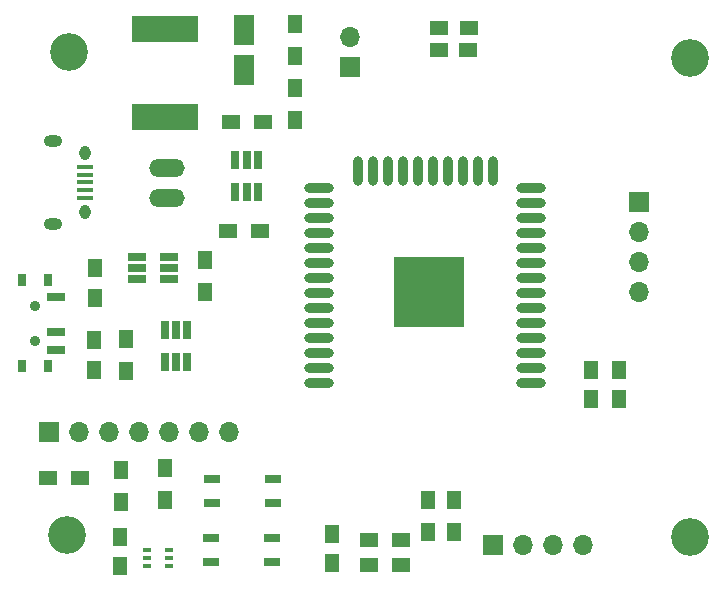
<source format=gbr>
G04 #@! TF.GenerationSoftware,KiCad,Pcbnew,5.0.0-1.fc29*
G04 #@! TF.CreationDate,2018-08-25T23:53:58+05:30*
G04 #@! TF.ProjectId,medlo,6D65646C6F2E6B696361645F70636200,rev?*
G04 #@! TF.SameCoordinates,Original*
G04 #@! TF.FileFunction,Soldermask,Top*
G04 #@! TF.FilePolarity,Negative*
%FSLAX46Y46*%
G04 Gerber Fmt 4.6, Leading zero omitted, Abs format (unit mm)*
G04 Created by KiCad (PCBNEW 5.0.0-1.fc29) date Sat Aug 25 23:53:58 2018*
%MOMM*%
%LPD*%
G01*
G04 APERTURE LIST*
%ADD10O,3.010000X1.510000*%
%ADD11R,1.800000X2.600000*%
%ADD12R,1.250000X1.500000*%
%ADD13R,1.500000X1.250000*%
%ADD14R,1.300000X1.500000*%
%ADD15R,1.500000X1.300000*%
%ADD16R,5.600000X2.300000*%
%ADD17R,1.350000X0.400000*%
%ADD18O,0.950000X1.250000*%
%ADD19O,1.550000X1.000000*%
%ADD20R,1.700000X1.700000*%
%ADD21O,1.700000X1.700000*%
%ADD22C,3.200000*%
%ADD23R,0.650000X0.400000*%
%ADD24C,0.900000*%
%ADD25R,1.500000X0.700000*%
%ADD26R,0.800000X1.000000*%
%ADD27R,1.450000X0.700000*%
%ADD28R,0.650000X1.560000*%
%ADD29R,1.560000X0.650000*%
%ADD30O,2.500000X0.900000*%
%ADD31O,0.900000X2.500000*%
%ADD32R,6.000000X6.000000*%
G04 APERTURE END LIST*
D10*
G04 #@! TO.C,BT1*
X72834500Y-86677500D03*
X72834500Y-89217500D03*
G04 #@! TD*
D11*
G04 #@! TO.C,C1*
X79311500Y-74944500D03*
X79311500Y-78344500D03*
G04 #@! TD*
D12*
G04 #@! TO.C,C2*
X66611500Y-101239000D03*
X66611500Y-103739000D03*
G04 #@! TD*
G04 #@! TO.C,C3*
X66738500Y-97643000D03*
X66738500Y-95143000D03*
G04 #@! TD*
G04 #@! TO.C,C4*
X68834000Y-120376000D03*
X68834000Y-117876000D03*
G04 #@! TD*
G04 #@! TO.C,C5*
X108712000Y-103753600D03*
X108712000Y-106253600D03*
G04 #@! TD*
D13*
G04 #@! TO.C,C6*
X98379600Y-74777600D03*
X95879600Y-74777600D03*
G04 #@! TD*
D12*
G04 #@! TO.C,C7*
X86766400Y-117622000D03*
X86766400Y-120122000D03*
G04 #@! TD*
G04 #@! TO.C,C8*
X111048800Y-103753600D03*
X111048800Y-106253600D03*
G04 #@! TD*
D13*
G04 #@! TO.C,C9*
X95828800Y-76657200D03*
X98328800Y-76657200D03*
G04 #@! TD*
D14*
G04 #@! TO.C,D1*
X83629500Y-74469000D03*
X83629500Y-77169000D03*
G04 #@! TD*
D15*
G04 #@! TO.C,D2*
X89899500Y-118173500D03*
X92599500Y-118173500D03*
G04 #@! TD*
G04 #@! TO.C,D3*
X89963000Y-120269000D03*
X92663000Y-120269000D03*
G04 #@! TD*
D16*
G04 #@! TO.C,F1*
X72644000Y-82313000D03*
X72644000Y-74913000D03*
G04 #@! TD*
D17*
G04 #@! TO.C,J1*
X65866000Y-86584000D03*
X65866000Y-87234000D03*
X65866000Y-87884000D03*
X65866000Y-88534000D03*
X65866000Y-89184000D03*
D18*
X65866000Y-85384000D03*
X65866000Y-90384000D03*
D19*
X63166000Y-84384000D03*
X63166000Y-91384000D03*
G04 #@! TD*
D20*
G04 #@! TO.C,J2*
X62865000Y-109029500D03*
D21*
X65405000Y-109029500D03*
X67945000Y-109029500D03*
X70485000Y-109029500D03*
X73025000Y-109029500D03*
X75565000Y-109029500D03*
X78105000Y-109029500D03*
G04 #@! TD*
D20*
G04 #@! TO.C,J3*
X88328500Y-78105000D03*
D21*
X88328500Y-75565000D03*
G04 #@! TD*
G04 #@! TO.C,J5*
X112776000Y-97155000D03*
X112776000Y-94615000D03*
X112776000Y-92075000D03*
D20*
X112776000Y-89535000D03*
G04 #@! TD*
G04 #@! TO.C,J6*
X100457000Y-118618000D03*
D21*
X102997000Y-118618000D03*
X105537000Y-118618000D03*
X108077000Y-118618000D03*
G04 #@! TD*
D22*
G04 #@! TO.C,MK1*
X64516000Y-76835000D03*
G04 #@! TD*
G04 #@! TO.C,MK2*
X117068600Y-77317600D03*
G04 #@! TD*
G04 #@! TO.C,MK3*
X117068600Y-117932200D03*
G04 #@! TD*
G04 #@! TO.C,MK4*
X64389000Y-117729000D03*
G04 #@! TD*
D23*
G04 #@! TO.C,Q1*
X73022500Y-120347500D03*
X73022500Y-119047500D03*
X71122500Y-119697500D03*
X73022500Y-119697500D03*
X71122500Y-119047500D03*
X71122500Y-120347500D03*
G04 #@! TD*
D15*
G04 #@! TO.C,R1*
X78025000Y-92011500D03*
X80725000Y-92011500D03*
G04 #@! TD*
D14*
G04 #@! TO.C,R2*
X83629500Y-79930000D03*
X83629500Y-82630000D03*
G04 #@! TD*
D15*
G04 #@! TO.C,R3*
X80915500Y-82740500D03*
X78215500Y-82740500D03*
G04 #@! TD*
D14*
G04 #@! TO.C,R4*
X69342000Y-103839000D03*
X69342000Y-101139000D03*
G04 #@! TD*
G04 #@! TO.C,R5*
X76073000Y-94471500D03*
X76073000Y-97171500D03*
G04 #@! TD*
G04 #@! TO.C,R6*
X68897500Y-114951500D03*
X68897500Y-112251500D03*
G04 #@! TD*
G04 #@! TO.C,R7*
X72644000Y-112061000D03*
X72644000Y-114761000D03*
G04 #@! TD*
D15*
G04 #@! TO.C,R8*
X62785000Y-112903000D03*
X65485000Y-112903000D03*
G04 #@! TD*
D14*
G04 #@! TO.C,R9*
X94932500Y-114791500D03*
X94932500Y-117491500D03*
G04 #@! TD*
G04 #@! TO.C,R10*
X97091500Y-114791500D03*
X97091500Y-117491500D03*
G04 #@! TD*
D24*
G04 #@! TO.C,SW1*
X61646000Y-98322000D03*
X61646000Y-101322000D03*
D25*
X63406000Y-97572000D03*
X63406000Y-100572000D03*
X63406000Y-102072000D03*
D26*
X60546000Y-96172000D03*
X60546000Y-103472000D03*
X62756000Y-103472000D03*
X62756000Y-96172000D03*
G04 #@! TD*
D27*
G04 #@! TO.C,SW2*
X81777200Y-112995200D03*
X76617200Y-112995200D03*
X76617200Y-114995200D03*
X81777200Y-114995200D03*
G04 #@! TD*
G04 #@! TO.C,SW3*
X76515600Y-118024400D03*
X81675600Y-118024400D03*
X81675600Y-120024400D03*
X76515600Y-120024400D03*
G04 #@! TD*
D28*
G04 #@! TO.C,T1*
X73596500Y-100377000D03*
X72646500Y-100377000D03*
X74546500Y-100377000D03*
X74546500Y-103077000D03*
X73596500Y-103077000D03*
X72646500Y-103077000D03*
G04 #@! TD*
G04 #@! TO.C,U1*
X78615500Y-88726000D03*
X79565500Y-88726000D03*
X80515500Y-88726000D03*
X80515500Y-86026000D03*
X78615500Y-86026000D03*
X79565500Y-86026000D03*
G04 #@! TD*
D29*
G04 #@! TO.C,U2*
X72978000Y-96073000D03*
X72978000Y-95123000D03*
X72978000Y-94173000D03*
X70278000Y-94173000D03*
X70278000Y-96073000D03*
X70278000Y-95123000D03*
G04 #@! TD*
D30*
G04 #@! TO.C,U3*
X85678500Y-104881500D03*
X85678500Y-103611500D03*
X85678500Y-102341500D03*
X85678500Y-101071500D03*
X85678500Y-99801500D03*
X85678500Y-98531500D03*
X85678500Y-97261500D03*
X85678500Y-95991500D03*
X85678500Y-94721500D03*
X85678500Y-93451500D03*
X85678500Y-92181500D03*
X85678500Y-90911500D03*
X85678500Y-89641500D03*
X85678500Y-88371500D03*
D31*
X88963500Y-86881500D03*
X90233500Y-86881500D03*
X91503500Y-86881500D03*
X92773500Y-86881500D03*
X94043500Y-86881500D03*
X95313500Y-86881500D03*
X96583500Y-86881500D03*
X97853500Y-86881500D03*
X99123500Y-86881500D03*
X100393500Y-86881500D03*
D30*
X103678500Y-88371500D03*
X103678500Y-89641500D03*
X103678500Y-90911500D03*
X103678500Y-92181500D03*
X103678500Y-93451500D03*
X103678500Y-94721500D03*
X103678500Y-95991500D03*
X103678500Y-97261500D03*
X103678500Y-98531500D03*
X103678500Y-99801500D03*
X103678500Y-101071500D03*
X103678500Y-102341500D03*
X103678500Y-103611500D03*
X103678500Y-104881500D03*
D32*
X94978500Y-97181500D03*
G04 #@! TD*
M02*

</source>
